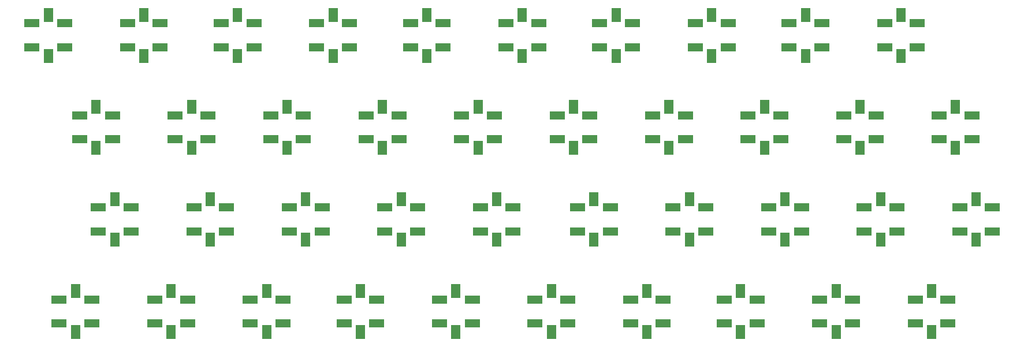
<source format=gbr>
G04 GENERATED BY PULSONIX 12.5 GERBER.DLL 9449*
G04 #@! TF.GenerationSoftware,Pulsonix,Pulsonix,12.5.9449*
G04 #@! TF.CreationDate,2024-10-25T19:42:57--1:00*
G04 #@! TF.Part,Single*
%FSLAX35Y35*%
%LPD*%
%MOMM*%
G04 #@! TF.FileFunction,Paste,Top*
G04 #@! TF.FilePolarity,Positive*
G04 #@! TA.AperFunction,SMDPad,CuDef*
%ADD100R,2.20000X1.30000*%
%ADD111R,1.40000X2.00000*%
G04 #@! TD.AperFunction*
X0Y0D02*
D02*
D100*
X1635000Y5550000D03*
Y5900000D03*
X2035000Y1500000D03*
Y1850000D03*
X2115000Y5550000D03*
Y5900000D03*
X2335000Y4200000D03*
Y4550000D03*
X2515000Y1500000D03*
Y1850000D03*
X2610000Y2850000D03*
Y3200000D03*
X2815000Y4200000D03*
Y4550000D03*
X3035000Y5550000D03*
Y5900000D03*
X3090000Y2850000D03*
Y3200000D03*
X3435000Y1500000D03*
Y1850000D03*
X3515000Y5550000D03*
Y5900000D03*
X3735000Y4200000D03*
Y4550000D03*
X3915000Y1500000D03*
Y1850000D03*
X4010000Y2850000D03*
Y3200000D03*
X4215000Y4200000D03*
Y4550000D03*
X4410000Y5550000D03*
Y5900000D03*
X4490000Y2850000D03*
Y3200000D03*
X4835000Y1500000D03*
Y1850000D03*
X4890000Y5550000D03*
Y5900000D03*
X5135000Y4200000D03*
Y4550000D03*
X5315000Y1500000D03*
Y1850000D03*
X5410000Y2850000D03*
Y3200000D03*
X5615000Y4200000D03*
Y4550000D03*
X5810000Y5550000D03*
Y5900000D03*
X5890000Y2850000D03*
Y3200000D03*
X6210000Y1500000D03*
Y1850000D03*
X6290000Y5550000D03*
Y5900000D03*
X6535000Y4200000D03*
Y4550000D03*
X6690000Y1500000D03*
Y1850000D03*
X6810000Y2850000D03*
Y3200000D03*
X7015000Y4200000D03*
Y4550000D03*
X7185000Y5550000D03*
Y5900000D03*
X7290000Y2850000D03*
Y3200000D03*
X7610000Y1500000D03*
Y1850000D03*
X7665000Y5550000D03*
Y5900000D03*
X7935000Y4200000D03*
Y4550000D03*
X8090000Y1500000D03*
Y1850000D03*
X8210000Y2850000D03*
Y3200000D03*
X8415000Y4200000D03*
Y4550000D03*
X8585000Y5550000D03*
Y5900000D03*
X8690000Y2850000D03*
Y3200000D03*
X9010000Y1500000D03*
Y1850000D03*
X9065000Y5550000D03*
Y5900000D03*
X9335000Y4200000D03*
Y4550000D03*
X9490000Y1500000D03*
Y1850000D03*
X9635000Y2850000D03*
Y3200000D03*
X9815000Y4200000D03*
Y4550000D03*
X9960000Y5550000D03*
Y5900000D03*
X10115000Y2850000D03*
Y3200000D03*
X10410000Y1500000D03*
Y1850000D03*
X10440000Y5550000D03*
Y5900000D03*
X10735000Y4200000D03*
Y4550000D03*
X10890000Y1500000D03*
Y1850000D03*
X11035000Y2850000D03*
Y3200000D03*
X11215000Y4200000D03*
Y4550000D03*
X11360000Y5550000D03*
Y5900000D03*
X11515000Y2850000D03*
Y3200000D03*
X11785000Y1500000D03*
Y1850000D03*
X11840000Y5550000D03*
Y5900000D03*
X12135000Y4200000D03*
Y4550000D03*
X12265000Y1500000D03*
Y1850000D03*
X12435000Y2850000D03*
Y3200000D03*
X12615000Y4200000D03*
Y4550000D03*
X12735000Y5550000D03*
Y5900000D03*
X12915000Y2850000D03*
Y3200000D03*
X13185000Y1500000D03*
Y1850000D03*
X13215000Y5550000D03*
Y5900000D03*
X13535000Y4200000D03*
Y4550000D03*
X13665000Y1500000D03*
Y1850000D03*
X13835000Y2850000D03*
Y3200000D03*
X14015000Y4200000D03*
Y4550000D03*
X14135000Y5550000D03*
Y5900000D03*
X14315000Y2850000D03*
Y3200000D03*
X14585000Y1500000D03*
Y1850000D03*
X14615000Y5550000D03*
Y5900000D03*
X14935000Y4200000D03*
Y4550000D03*
X15065000Y1500000D03*
Y1850000D03*
X15235000Y2850000D03*
Y3200000D03*
X15415000Y4200000D03*
Y4550000D03*
X15715000Y2850000D03*
Y3200000D03*
D02*
D111*
X1875000Y5425000D03*
Y6025000D03*
X2275000Y1375000D03*
Y1975000D03*
X2575000Y4075000D03*
Y4675000D03*
X2850000Y2725000D03*
Y3325000D03*
X3275000Y5425000D03*
Y6025000D03*
X3675000Y1375000D03*
Y1975000D03*
X3975000Y4075000D03*
Y4675000D03*
X4250000Y2725000D03*
Y3325000D03*
X4650000Y5425000D03*
Y6025000D03*
X5075000Y1375000D03*
Y1975000D03*
X5375000Y4075000D03*
Y4675000D03*
X5650000Y2725000D03*
Y3325000D03*
X6050000Y5425000D03*
Y6025000D03*
X6450000Y1375000D03*
Y1975000D03*
X6775000Y4075000D03*
Y4675000D03*
X7050000Y2725000D03*
Y3325000D03*
X7425000Y5425000D03*
Y6025000D03*
X7850000Y1375000D03*
Y1975000D03*
X8175000Y4075000D03*
Y4675000D03*
X8450000Y2725000D03*
Y3325000D03*
X8825000Y5425000D03*
Y6025000D03*
X9250000Y1375000D03*
Y1975000D03*
X9575000Y4075000D03*
Y4675000D03*
X9875000Y2725000D03*
Y3325000D03*
X10200000Y5425000D03*
Y6025000D03*
X10650000Y1375000D03*
Y1975000D03*
X10975000Y4075000D03*
Y4675000D03*
X11275000Y2725000D03*
Y3325000D03*
X11600000Y5425000D03*
Y6025000D03*
X12025000Y1375000D03*
Y1975000D03*
X12375000Y4075000D03*
Y4675000D03*
X12675000Y2725000D03*
Y3325000D03*
X12975000Y5425000D03*
Y6025000D03*
X13425000Y1375000D03*
Y1975000D03*
X13775000Y4075000D03*
Y4675000D03*
X14075000Y2725000D03*
Y3325000D03*
X14375000Y5425000D03*
Y6025000D03*
X14825000Y1375000D03*
Y1975000D03*
X15175000Y4075000D03*
Y4675000D03*
X15475000Y2725000D03*
Y3325000D03*
X0Y0D02*
M02*

</source>
